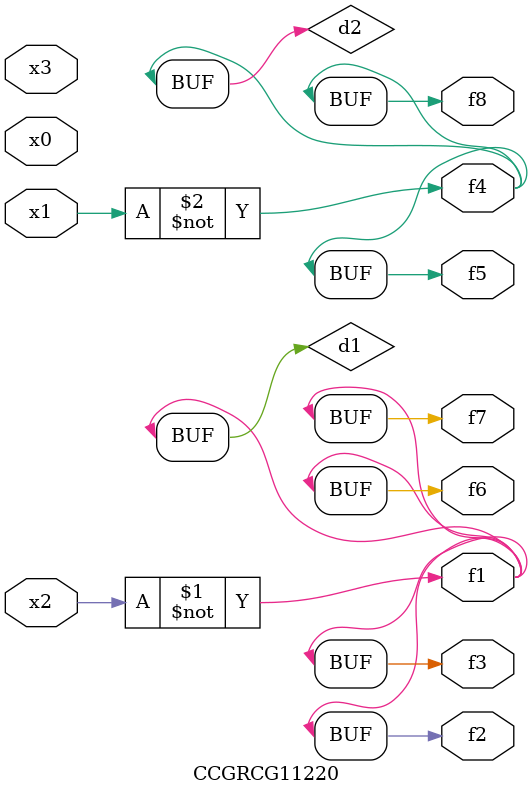
<source format=v>
module CCGRCG11220(
	input x0, x1, x2, x3,
	output f1, f2, f3, f4, f5, f6, f7, f8
);

	wire d1, d2;

	xnor (d1, x2);
	not (d2, x1);
	assign f1 = d1;
	assign f2 = d1;
	assign f3 = d1;
	assign f4 = d2;
	assign f5 = d2;
	assign f6 = d1;
	assign f7 = d1;
	assign f8 = d2;
endmodule

</source>
